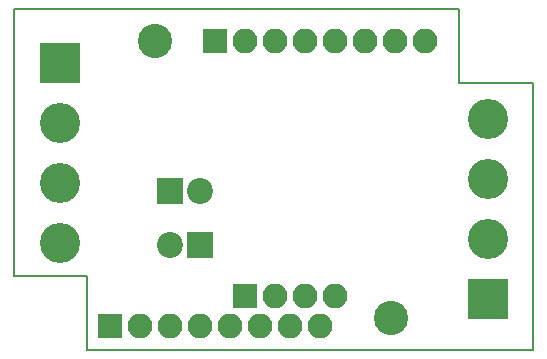
<source format=gbs>
G04 #@! TF.GenerationSoftware,KiCad,Pcbnew,5.1.4+dfsg1-1*
G04 #@! TF.CreationDate,2020-09-13T01:28:56+02:00*
G04 #@! TF.ProjectId,C64Saver2,43363453-6176-4657-9232-2e6b69636164,rev?*
G04 #@! TF.SameCoordinates,Original*
G04 #@! TF.FileFunction,Soldermask,Bot*
G04 #@! TF.FilePolarity,Negative*
%FSLAX46Y46*%
G04 Gerber Fmt 4.6, Leading zero omitted, Abs format (unit mm)*
G04 Created by KiCad (PCBNEW 5.1.4+dfsg1-1) date 2020-09-13 01:28:56*
%MOMM*%
%LPD*%
G04 APERTURE LIST*
%ADD10C,0.150000*%
%ADD11C,2.200000*%
%ADD12R,2.200000X2.200000*%
%ADD13C,3.400000*%
%ADD14R,3.400000X3.400000*%
%ADD15R,2.100000X2.100000*%
%ADD16O,2.100000X2.100000*%
%ADD17C,2.900000*%
G04 APERTURE END LIST*
D10*
X140462000Y-106299000D02*
X140462000Y-83693000D01*
X146685000Y-106299000D02*
X140462000Y-106299000D01*
X146685000Y-112522000D02*
X146685000Y-106299000D01*
X184404000Y-112522000D02*
X146685000Y-112522000D01*
X184404000Y-89916000D02*
X184404000Y-112522000D01*
X178181000Y-89916000D02*
X184404000Y-89916000D01*
X178181000Y-83693000D02*
X178181000Y-89916000D01*
X140462000Y-83693000D02*
X178181000Y-83693000D01*
D11*
X153670000Y-103632000D03*
D12*
X156210000Y-103632000D03*
D11*
X156210000Y-99060000D03*
D12*
X153670000Y-99060000D03*
D13*
X144399000Y-93345000D03*
X144399000Y-98425000D03*
D14*
X144399000Y-88265000D03*
D13*
X144399000Y-103505000D03*
X180594000Y-103124000D03*
X180594000Y-98044000D03*
D14*
X180594000Y-108204000D03*
D13*
X180594000Y-92964000D03*
D15*
X157480000Y-86360000D03*
D16*
X160020000Y-86360000D03*
X162560000Y-86360000D03*
X165100000Y-86360000D03*
X167640000Y-86360000D03*
X170180000Y-86360000D03*
X172720000Y-86360000D03*
X175260000Y-86360000D03*
D15*
X148590000Y-110490000D03*
D16*
X151130000Y-110490000D03*
X153670000Y-110490000D03*
X156210000Y-110490000D03*
X158750000Y-110490000D03*
X161290000Y-110490000D03*
X163830000Y-110490000D03*
X166370000Y-110490000D03*
D15*
X160020000Y-107950000D03*
D16*
X162560000Y-107950000D03*
X165100000Y-107950000D03*
X167640000Y-107950000D03*
D17*
X152405080Y-86357460D03*
X172399960Y-109862620D03*
M02*

</source>
